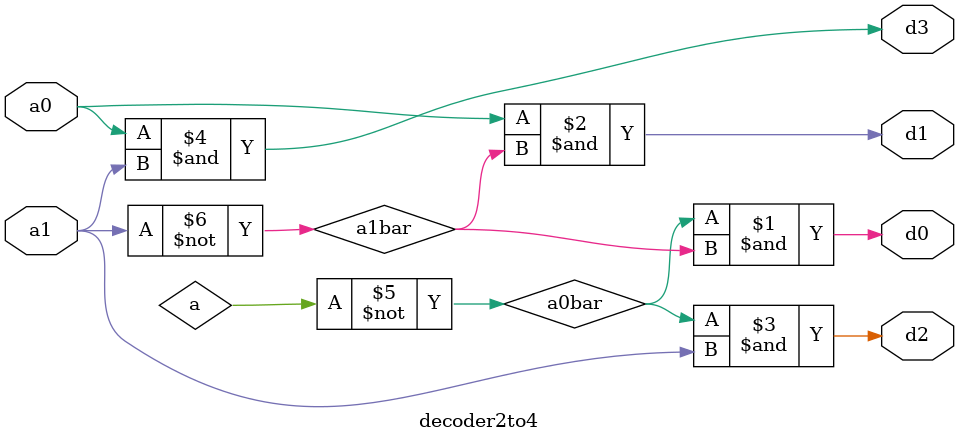
<source format=v>
module decoder2to4(a0,a1,d0,d1,d2,d3);
input a0, a1;
output d0,d1,d2,d3;
not(a0bar,a);
not(a1bar,a1);
and(d0,a0bar,a1bar);
and(d1,a0,a1bar);
and(d2,a0bar,a1);
and(d3,a0,a1);
endmodule
</source>
